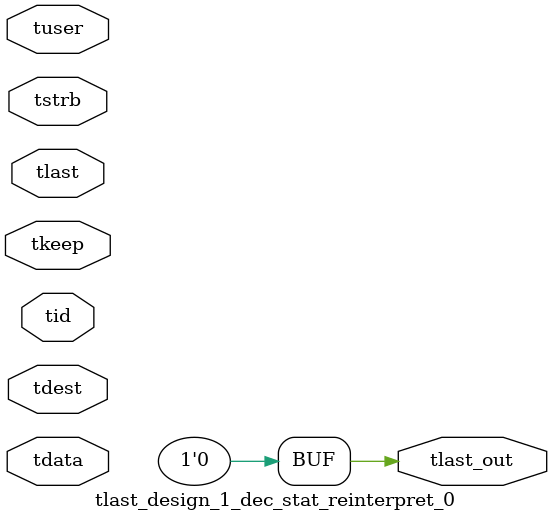
<source format=v>


`timescale 1ps/1ps

module tlast_design_1_dec_stat_reinterpret_0 #
(
parameter C_S_AXIS_TID_WIDTH   = 1,
parameter C_S_AXIS_TUSER_WIDTH = 0,
parameter C_S_AXIS_TDATA_WIDTH = 0,
parameter C_S_AXIS_TDEST_WIDTH = 0
)
(
input  [(C_S_AXIS_TID_WIDTH   == 0 ? 1 : C_S_AXIS_TID_WIDTH)-1:0       ] tid,
input  [(C_S_AXIS_TDATA_WIDTH == 0 ? 1 : C_S_AXIS_TDATA_WIDTH)-1:0     ] tdata,
input  [(C_S_AXIS_TUSER_WIDTH == 0 ? 1 : C_S_AXIS_TUSER_WIDTH)-1:0     ] tuser,
input  [(C_S_AXIS_TDEST_WIDTH == 0 ? 1 : C_S_AXIS_TDEST_WIDTH)-1:0     ] tdest,
input  [(C_S_AXIS_TDATA_WIDTH/8)-1:0 ] tkeep,
input  [(C_S_AXIS_TDATA_WIDTH/8)-1:0 ] tstrb,
input  [0:0]                                                             tlast,
output                                                                   tlast_out
);

assign tlast_out = {1'b0};

endmodule


</source>
